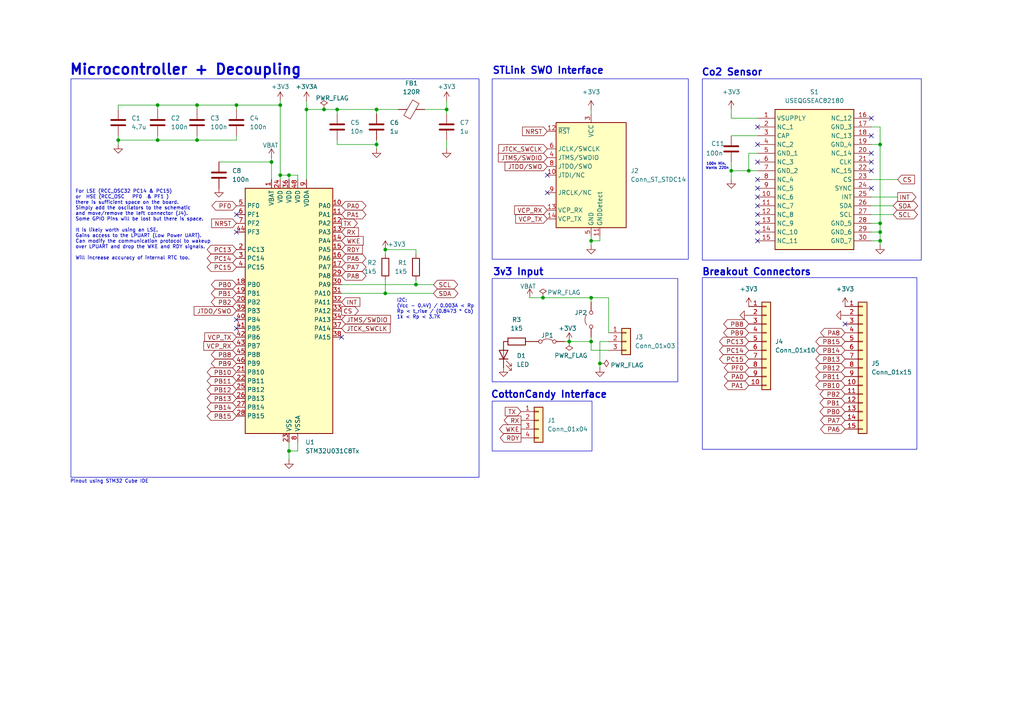
<source format=kicad_sch>
(kicad_sch (version 20231120) (generator "eeschema") (generator_version "8.0")
  (paper "A4")
  (title_block (title "CottonCandy Sensor Module STMU0 Breakout") (date "2025-02-15") (rev "1.0") (company "University of Toronto"))
  (lib_symbols
    (symbol "Connector:Conn_ST_STDC14"
      (property "Reference" "J" (at -8.89 16.51 0))
      (property "Value" "Conn_ST_STDC14" (at 17.78 16.51 0))
      (symbol "Conn_ST_STDC14_0_1"
        (rectangle (start -10.16 15.24) (end 10.16 -15.24) (stroke (width 0.254)) (fill (type background)))
      )
      (symbol "Conn_ST_STDC14_1_1"
        (pin no_connect line (at -10.16 5.08 0) (length 2.54) hide (name "NC") (number "1"))
        (pin output line (at 12.7 0 180) (length 2.54) (name "JTDI/NC") (number "10"))
        (pin passive line (at -2.54 -17.78 90) (length 2.54) (name "GNDDetect") (number "11"))
        (pin open_collector line (at 12.7 12.7 180) (length 2.54) (name "~{RST}") (number "12"))
        (pin output line (at 12.7 -10.16 180) (length 2.54) (name "VCP_RX") (number "13"))
        (pin input line (at 12.7 -12.7 180) (length 2.54) (name "VCP_TX") (number "14"))
        (pin no_connect line (at -10.16 2.54 0) (length 2.54) hide (name "NC") (number "2"))
        (pin power_in line (at 0 17.78 270) (length 2.54) (name "VCC") (number "3"))
        (pin bidirectional line (at 12.7 5.08 180) (length 2.54) (name "JTMS/SWDIO") (number "4"))
        (pin power_in line (at 0 -17.78 90) (length 2.54) (name "GND") (number "5"))
        (pin output line (at 12.7 7.62 180) (length 2.54) (name "JCLK/SWCLK") (number "6"))
        (pin passive line (at 0 -17.78 90) (length 2.54) hide (name "GND") (number "7"))
        (pin input line (at 12.7 2.54 180) (length 2.54) (name "JTDO/SWO") (number "8"))
        (pin input line (at 12.7 -5.08 180) (length 2.54) (name "JRCLK/NC") (number "9"))
      )
    )
    (symbol "Connector_Generic:Conn_01x03" (pin_names (offset 1.016) hide)
      (property "Reference" "J" (at 0 5.08 0))
      (property "Value" "Conn_01x03" (at 0 -5.08 0))
      (symbol "Conn_01x03_1_1"
        (rectangle (start -1.27 -2.413) (end 0 -2.667) (stroke (width 0.1524)))
        (rectangle (start -1.27 0.127) (end 0 -0.127) (stroke (width 0.1524)))
        (rectangle (start -1.27 2.667) (end 0 2.413) (stroke (width 0.1524)))
        (rectangle (start -1.27 3.81) (end 1.27 -3.81) (stroke (width 0.254)) (fill (type background)))
        (pin passive line (at -5.08 2.54 0) (length 3.81) (name "Pin_1") (number "1"))
        (pin passive line (at -5.08 0 0) (length 3.81) (name "Pin_2") (number "2"))
        (pin passive line (at -5.08 -2.54 0) (length 3.81) (name "Pin_3") (number "3"))
      )
    )
    (symbol "Connector_Generic:Conn_01x04" (pin_names (offset 1.016) hide)
      (property "Reference" "J" (at 0 5.08 0))
      (property "Value" "Conn_01x04" (at 0 -7.62 0))
      (symbol "Conn_01x04_1_1"
        (rectangle (start -1.27 -4.953) (end 0 -5.207) (stroke (width 0.1524)))
        (rectangle (start -1.27 -2.413) (end 0 -2.667) (stroke (width 0.1524)))
        (rectangle (start -1.27 0.127) (end 0 -0.127) (stroke (width 0.1524)))
        (rectangle (start -1.27 2.667) (end 0 2.413) (stroke (width 0.1524)))
        (rectangle (start -1.27 3.81) (end 1.27 -6.35) (stroke (width 0.254)) (fill (type background)))
        (pin passive line (at -5.08 2.54 0) (length 3.81) (name "Pin_1") (number "1"))
        (pin passive line (at -5.08 0 0) (length 3.81) (name "Pin_2") (number "2"))
        (pin passive line (at -5.08 -2.54 0) (length 3.81) (name "Pin_3") (number "3"))
        (pin passive line (at -5.08 -5.08 0) (length 3.81) (name "Pin_4") (number "4"))
      )
    )
    (symbol "Connector_Generic:Conn_01x10" (pin_names (offset 1.016) hide)
      (property "Reference" "J" (at 0 12.7 0))
      (property "Value" "Conn_01x10" (at 0 -15.24 0))
      (symbol "Conn_01x10_1_1"
        (rectangle (start -1.27 -12.573) (end 0 -12.827) (stroke (width 0.1524)))
        (rectangle (start -1.27 -10.033) (end 0 -10.287) (stroke (width 0.1524)))
        (rectangle (start -1.27 -7.493) (end 0 -7.747) (stroke (width 0.1524)))
        (rectangle (start -1.27 -4.953) (end 0 -5.207) (stroke (width 0.1524)))
        (rectangle (start -1.27 -2.413) (end 0 -2.667) (stroke (width 0.1524)))
        (rectangle (start -1.27 0.127) (end 0 -0.127) (stroke (width 0.1524)))
        (rectangle (start -1.27 2.667) (end 0 2.413) (stroke (width 0.1524)))
        (rectangle (start -1.27 5.207) (end 0 4.953) (stroke (width 0.1524)))
        (rectangle (start -1.27 7.747) (end 0 7.493) (stroke (width 0.1524)))
        (rectangle (start -1.27 10.287) (end 0 10.033) (stroke (width 0.1524)))
        (rectangle (start -1.27 11.43) (end 1.27 -13.97) (stroke (width 0.254)) (fill (type background)))
        (pin passive line (at -5.08 10.16 0) (length 3.81) (name "Pin_1") (number "1"))
        (pin passive line (at -5.08 -12.7 0) (length 3.81) (name "Pin_10") (number "10"))
        (pin passive line (at -5.08 7.62 0) (length 3.81) (name "Pin_2") (number "2"))
        (pin passive line (at -5.08 5.08 0) (length 3.81) (name "Pin_3") (number "3"))
        (pin passive line (at -5.08 2.54 0) (length 3.81) (name "Pin_4") (number "4"))
        (pin passive line (at -5.08 0 0) (length 3.81) (name "Pin_5") (number "5"))
        (pin passive line (at -5.08 -2.54 0) (length 3.81) (name "Pin_6") (number "6"))
        (pin passive line (at -5.08 -5.08 0) (length 3.81) (name "Pin_7") (number "7"))
        (pin passive line (at -5.08 -7.62 0) (length 3.81) (name "Pin_8") (number "8"))
        (pin passive line (at -5.08 -10.16 0) (length 3.81) (name "Pin_9") (number "9"))
      )
    )
    (symbol "Connector_Generic:Conn_01x15" (pin_names (offset 1.016) hide)
      (property "Reference" "J" (at 0 20.32 0))
      (property "Value" "Conn_01x15" (at 0 -20.32 0))
      (symbol "Conn_01x15_1_1"
        (rectangle (start -1.27 -17.653) (end 0 -17.907) (stroke (width 0.1524)))
        (rectangle (start -1.27 -15.113) (end 0 -15.367) (stroke (width 0.1524)))
        (rectangle (start -1.27 -12.573) (end 0 -12.827) (stroke (width 0.1524)))
        (rectangle (start -1.27 -10.033) (end 0 -10.287) (stroke (width 0.1524)))
        (rectangle (start -1.27 -7.493) (end 0 -7.747) (stroke (width 0.1524)))
        (rectangle (start -1.27 -4.953) (end 0 -5.207) (stroke (width 0.1524)))
        (rectangle (start -1.27 -2.413) (end 0 -2.667) (stroke (width 0.1524)))
        (rectangle (start -1.27 0.127) (end 0 -0.127) (stroke (width 0.1524)))
        (rectangle (start -1.27 2.667) (end 0 2.413) (stroke (width 0.1524)))
        (rectangle (start -1.27 5.207) (end 0 4.953) (stroke (width 0.1524)))
        (rectangle (start -1.27 7.747) (end 0 7.493) (stroke (width 0.1524)))
        (rectangle (start -1.27 10.287) (end 0 10.033) (stroke (width 0.1524)))
        (rectangle (start -1.27 12.827) (end 0 12.573) (stroke (width 0.1524)))
        (rectangle (start -1.27 15.367) (end 0 15.113) (stroke (width 0.1524)))
        (rectangle (start -1.27 17.907) (end 0 17.653) (stroke (width 0.1524)))
        (rectangle (start -1.27 19.05) (end 1.27 -19.05) (stroke (width 0.254)) (fill (type background)))
        (pin passive line (at -5.08 17.78 0) (length 3.81) (name "Pin_1") (number "1"))
        (pin passive line (at -5.08 -5.08 0) (length 3.81) (name "Pin_10") (number "10"))
        (pin passive line (at -5.08 -7.62 0) (length 3.81) (name "Pin_11") (number "11"))
        (pin passive line (at -5.08 -10.16 0) (length 3.81) (name "Pin_12") (number "12"))
        (pin passive line (at -5.08 -12.7 0) (length 3.81) (name "Pin_13") (number "13"))
        (pin passive line (at -5.08 -15.24 0) (length 3.81) (name "Pin_14") (number "14"))
        (pin passive line (at -5.08 -17.78 0) (length 3.81) (name "Pin_15") (number "15"))
        (pin passive line (at -5.08 15.24 0) (length 3.81) (name "Pin_2") (number "2"))
        (pin passive line (at -5.08 12.7 0) (length 3.81) (name "Pin_3") (number "3"))
        (pin passive line (at -5.08 10.16 0) (length 3.81) (name "Pin_4") (number "4"))
        (pin passive line (at -5.08 7.62 0) (length 3.81) (name "Pin_5") (number "5"))
        (pin passive line (at -5.08 5.08 0) (length 3.81) (name "Pin_6") (number "6"))
        (pin passive line (at -5.08 2.54 0) (length 3.81) (name "Pin_7") (number "7"))
        (pin passive line (at -5.08 0 0) (length 3.81) (name "Pin_8") (number "8"))
        (pin passive line (at -5.08 -2.54 0) (length 3.81) (name "Pin_9") (number "9"))
      )
    )
    (symbol "Device:C" (pin_numbers hide) (pin_names (offset 0.254))
      (property "Reference" "C" (at 0.635 2.54 0))
      (property "Value" "C" (at 0.635 -2.54 0))
      (symbol "C_0_1"
        (polyline (pts (xy -2.032 -0.762) (xy 2.032 -0.762)) (stroke (width 0.508)))
        (polyline (pts (xy -2.032 0.762) (xy 2.032 0.762)) (stroke (width 0.508)))
      )
      (symbol "C_1_1"
        (pin passive line (at 0 3.81 270) (length 2.794) (name "~") (number "1"))
        (pin passive line (at 0 -3.81 90) (length 2.794) (name "~") (number "2"))
      )
    )
    (symbol "Device:FerriteBead" (pin_numbers hide) (pin_names (offset 0))
      (property "Reference" "FB" (at -3.81 0.635 90))
      (property "Value" "FerriteBead" (at 3.81 0 90))
      (symbol "FerriteBead_0_1"
        (polyline (pts (xy 0 -1.27) (xy 0 -1.2192)))
        (polyline (pts (xy 0 1.27) (xy 0 1.2954)))
        (polyline (pts (xy -2.7686 0.4064) (xy -1.7018 2.2606) (xy 2.7686 -0.3048) (xy 1.6764 -2.159) (xy -2.7686 0.4064)))
      )
      (symbol "FerriteBead_1_1"
        (pin passive line (at 0 3.81 270) (length 2.54) (name "~") (number "1"))
        (pin passive line (at 0 -3.81 90) (length 2.54) (name "~") (number "2"))
      )
    )
    (symbol "Device:LED" (pin_numbers hide) (pin_names (offset 1.016) hide)
      (property "Reference" "D" (at 0 2.54 0))
      (property "Value" "LED" (at 0 -2.54 0))
      (symbol "LED_0_1"
        (polyline (pts (xy -1.27 -1.27) (xy -1.27 1.27)) (stroke (width 0.254)))
        (polyline (pts (xy -1.27 0) (xy 1.27 0)))
        (polyline (pts (xy 1.27 -1.27) (xy 1.27 1.27) (xy -1.27 0) (xy 1.27 -1.27)) (stroke (width 0.254)))
        (polyline (pts (xy -3.048 -0.762) (xy -4.572 -2.286) (xy -3.81 -2.286) (xy -4.572 -2.286) (xy -4.572 -1.524)))
        (polyline (pts (xy -1.778 -0.762) (xy -3.302 -2.286) (xy -2.54 -2.286) (xy -3.302 -2.286) (xy -3.302 -1.524)))
      )
      (symbol "LED_1_1"
        (pin passive line (at -3.81 0 0) (length 2.54) (name "K") (number "1"))
        (pin passive line (at 3.81 0 180) (length 2.54) (name "A") (number "2"))
      )
    )
    (symbol "Device:R" (pin_numbers hide) (pin_names (offset 0))
      (property "Reference" "R" (at 2.032 0 90))
      (property "Value" "R" (at 0 0 90))
      (symbol "R_0_1"
        (rectangle (start -1.016 -2.54) (end 1.016 2.54) (stroke (width 0.254)))
      )
      (symbol "R_1_1"
        (pin passive line (at 0 3.81 270) (length 1.27) (name "~") (number "1"))
        (pin passive line (at 0 -3.81 90) (length 1.27) (name "~") (number "2"))
      )
    )
    (symbol "Jumper:Jumper_2_Bridged" (pin_numbers hide) (pin_names (offset 0) hide) (exclude_from_sim yes)
      (property "Reference" "JP" (at 0 1.905 0))
      (property "Value" "Jumper_2_Bridged" (at 0 -2.54 0))
      (symbol "Jumper_2_Bridged_0_0"
        (circle (center -2.032 0) (radius 0.508))
        (circle (center 2.032 0) (radius 0.508))
      )
      (symbol "Jumper_2_Bridged_0_1"
        (arc (start 1.524 0.254) (mid 0 0.762) (end -1.524 0.254))
      )
      (symbol "Jumper_2_Bridged_1_1"
        (pin passive line (at -5.08 0 0) (length 2.54) (name "A") (number "1"))
        (pin passive line (at 5.08 0 180) (length 2.54) (name "B") (number "2"))
      )
    )
    (symbol "Jumper:Jumper_2_Open" (pin_numbers hide) (pin_names (offset 0) hide) (exclude_from_sim yes)
      (property "Reference" "JP" (at 0 2.794 0))
      (property "Value" "Jumper_2_Open" (at 0 -2.286 0))
      (symbol "Jumper_2_Open_0_0"
        (circle (center -2.032 0) (radius 0.508))
        (circle (center 2.032 0) (radius 0.508))
      )
      (symbol "Jumper_2_Open_0_1"
        (arc (start 1.524 1.27) (mid 0 1.778) (end -1.524 1.27))
      )
      (symbol "Jumper_2_Open_1_1"
        (pin passive line (at -5.08 0 0) (length 2.54) (name "A") (number "1"))
        (pin passive line (at 5.08 0 180) (length 2.54) (name "B") (number "2"))
      )
    )
    (symbol "MCU_ST_STM32U0:STM32U031C8Tx"
      (property "Reference" "U" (at -12.7 36.83 0))
      (property "Value" "STM32U031C8Tx" (at 7.62 36.83 0))
      (symbol "STM32U031C8Tx_0_1"
        (rectangle (start -12.7 -35.56) (end 12.7 35.56) (stroke (width 0.254)) (fill (type background)))
      )
      (symbol "STM32U031C8Tx_1_1"
        (pin power_in line (at -5.08 38.1 270) (length 2.54) (name "VBAT") (number "1"))
        (pin bidirectional line (at 15.24 30.48 180) (length 2.54) (name "PA0") (number "10"))
        (pin bidirectional line (at 15.24 27.94 180) (length 2.54) (name "PA1") (number "11"))
        (pin bidirectional line (at 15.24 25.4 180) (length 2.54) (name "PA2") (number "12"))
        (pin bidirectional line (at 15.24 22.86 180) (length 2.54) (name "PA3") (number "13"))
        (pin bidirectional line (at 15.24 20.32 180) (length 2.54) (name "PA4") (number "14"))
        (pin bidirectional line (at 15.24 17.78 180) (length 2.54) (name "PA5") (number "15"))
        (pin bidirectional line (at 15.24 15.24 180) (length 2.54) (name "PA6") (number "16"))
        (pin bidirectional line (at 15.24 12.7 180) (length 2.54) (name "PA7") (number "17"))
        (pin bidirectional line (at -15.24 7.62 0) (length 2.54) (name "PB0") (number "18"))
        (pin bidirectional line (at -15.24 5.08 0) (length 2.54) (name "PB1") (number "19"))
        (pin bidirectional line (at -15.24 17.78 0) (length 2.54) (name "PC13") (number "2"))
        (pin bidirectional line (at -15.24 2.54 0) (length 2.54) (name "PB2") (number "20"))
        (pin bidirectional line (at -15.24 -17.78 0) (length 2.54) (name "PB10") (number "21"))
        (pin bidirectional line (at -15.24 -20.32 0) (length 2.54) (name "PB11") (number "22"))
        (pin power_in line (at 0 -38.1 90) (length 2.54) (name "VSS") (number "23"))
        (pin power_in line (at -2.54 38.1 270) (length 2.54) (name "VDD") (number "24"))
        (pin bidirectional line (at -15.24 -22.86 0) (length 2.54) (name "PB12") (number "25"))
        (pin bidirectional line (at -15.24 -25.4 0) (length 2.54) (name "PB13") (number "26"))
        (pin bidirectional line (at -15.24 -27.94 0) (length 2.54) (name "PB14") (number "27"))
        (pin bidirectional line (at -15.24 -30.48 0) (length 2.54) (name "PB15") (number "28"))
        (pin bidirectional line (at 15.24 10.16 180) (length 2.54) (name "PA8") (number "29"))
        (pin bidirectional line (at -15.24 15.24 0) (length 2.54) (name "PC14") (number "3"))
        (pin bidirectional line (at 15.24 7.62 180) (length 2.54) (name "PA9") (number "30"))
        (pin bidirectional line (at 15.24 5.08 180) (length 2.54) (name "PA10") (number "31"))
        (pin bidirectional line (at 15.24 2.54 180) (length 2.54) (name "PA11") (number "32"))
        (pin bidirectional line (at 15.24 0 180) (length 2.54) (name "PA12") (number "33"))
        (pin bidirectional line (at 15.24 -2.54 180) (length 2.54) (name "PA13") (number "34"))
        (pin passive line (at 0 -38.1 90) (length 2.54) hide (name "VSS") (number "35"))
        (pin power_in line (at 0 38.1 270) (length 2.54) (name "VDD") (number "36"))
        (pin bidirectional line (at 15.24 -5.08 180) (length 2.54) (name "PA14") (number "37"))
        (pin bidirectional line (at 15.24 -7.62 180) (length 2.54) (name "PA15") (number "38"))
        (pin bidirectional line (at -15.24 0 0) (length 2.54) (name "PB3") (number "39"))
        (pin bidirectional line (at -15.24 12.7 0) (length 2.54) (name "PC15") (number "4"))
        (pin bidirectional line (at -15.24 -2.54 0) (length 2.54) (name "PB4") (number "40"))
        (pin bidirectional line (at -15.24 -5.08 0) (length 2.54) (name "PB5") (number "41"))
        (pin bidirectional line (at -15.24 -7.62 0) (length 2.54) (name "PB6") (number "42"))
        (pin bidirectional line (at -15.24 -10.16 0) (length 2.54) (name "PB7") (number "43"))
        (pin bidirectional line (at -15.24 22.86 0) (length 2.54) (name "PF3") (number "44"))
        (pin bidirectional line (at -15.24 -12.7 0) (length 2.54) (name "PB8") (number "45"))
        (pin bidirectional line (at -15.24 -15.24 0) (length 2.54) (name "PB9") (number "46"))
        (pin passive line (at 0 -38.1 90) (length 2.54) hide (name "VSS") (number "47"))
        (pin power_in line (at 2.54 38.1 270) (length 2.54) (name "VDD") (number "48"))
        (pin bidirectional line (at -15.24 30.48 0) (length 2.54) (name "PF0") (number "5"))
        (pin bidirectional line (at -15.24 27.94 0) (length 2.54) (name "PF1") (number "6"))
        (pin bidirectional line (at -15.24 25.4 0) (length 2.54) (name "PF2") (number "7"))
        (pin power_in line (at 2.54 -38.1 90) (length 2.54) (name "VSSA") (number "8"))
        (pin power_in line (at 5.08 38.1 270) (length 2.54) (name "VDDA") (number "9"))
      )
    )
    (symbol "USEQGSEAC82180:USEQGSEAC82180"
      (property "Reference" "C" (at 29.21 7.62 0))
      (property "Value" "USEQGSEAC82180" (at 29.21 5.08 0))
      (symbol "USEQGSEAC82180_1_1"
        (rectangle (start 5.08 2.54) (end 27.94 -38.1) (stroke (width 0.254)) (fill (type background)))
        (pin passive line (at 0 0 0) (length 5.08) (name "VSUPPLY") (number "1"))
        (pin passive line (at 0 -22.86 0) (length 5.08) (name "NC_6") (number "10"))
        (pin passive line (at 0 -25.4 0) (length 5.08) (name "NC_7") (number "11"))
        (pin passive line (at 0 -27.94 0) (length 5.08) (name "NC_8") (number "12"))
        (pin passive line (at 0 -30.48 0) (length 5.08) (name "NC_9") (number "13"))
        (pin passive line (at 0 -33.02 0) (length 5.08) (name "NC_10") (number "14"))
        (pin passive line (at 0 -35.56 0) (length 5.08) (name "NC_11") (number "15"))
        (pin passive line (at 33.02 0 180) (length 5.08) (name "NC_12") (number "16"))
        (pin passive line (at 33.02 -2.54 180) (length 5.08) (name "GND_3") (number "17"))
        (pin passive line (at 33.02 -5.08 180) (length 5.08) (name "NC_13") (number "18"))
        (pin passive line (at 33.02 -7.62 180) (length 5.08) (name "GND_4") (number "19"))
        (pin passive line (at 0 -2.54 0) (length 5.08) (name "NC_1") (number "2"))
        (pin passive line (at 33.02 -10.16 180) (length 5.08) (name "NC_14") (number "20"))
        (pin passive line (at 33.02 -12.7 180) (length 5.08) (name "CLK") (number "21"))
        (pin passive line (at 33.02 -15.24 180) (length 5.08) (name "NC_15") (number "22"))
        (pin passive line (at 33.02 -17.78 180) (length 5.08) (name "CS") (number "23"))
        (pin passive line (at 33.02 -20.32 180) (length 5.08) (name "SYNC") (number "24"))
        (pin passive line (at 33.02 -22.86 180) (length 5.08) (name "INT") (number "25"))
        (pin passive line (at 33.02 -25.4 180) (length 5.08) (name "SDA") (number "26"))
        (pin passive line (at 33.02 -27.94 180) (length 5.08) (name "SCL") (number "27"))
        (pin passive line (at 33.02 -30.48 180) (length 5.08) (name "GND_5") (number "28"))
        (pin passive line (at 33.02 -33.02 180) (length 5.08) (name "GND_6") (number "29"))
        (pin passive line (at 0 -5.08 0) (length 5.08) (name "CAP") (number "3"))
        (pin passive line (at 33.02 -35.56 180) (length 5.08) (name "GND_7") (number "30"))
        (pin passive line (at 0 -7.62 0) (length 5.08) (name "NC_2") (number "4"))
        (pin passive line (at 0 -10.16 0) (length 5.08) (name "GND_1") (number "5"))
        (pin passive line (at 0 -12.7 0) (length 5.08) (name "NC_3") (number "6"))
        (pin passive line (at 0 -15.24 0) (length 5.08) (name "GND_2") (number "7"))
        (pin passive line (at 0 -17.78 0) (length 5.08) (name "NC_4") (number "8"))
        (pin passive line (at 0 -20.32 0) (length 5.08) (name "NC_5") (number "9"))
      )
    )
    (symbol "power:+3V3" (power) (pin_numbers hide) (pin_names (offset 0) hide)
      (property "Value" "+3V3" (at 0 3.556 0))
      (symbol "+3V3_0_1"
        (polyline (pts (xy -0.762 1.27) (xy 0 2.54)))
        (polyline (pts (xy 0 0) (xy 0 2.54)))
        (polyline (pts (xy 0 2.54) (xy 0.762 1.27)))
      )
      (symbol "+3V3_1_1"
        (pin power_in line (at 0 0 90) (length 0) (name "~") (number "1"))
      )
    )
    (symbol "power:GND" (power) (pin_numbers hide) (pin_names (offset 0) hide)
      (property "Value" "GND" (at 0 -3.81 0))
      (symbol "GND_0_1"
        (polyline (pts (xy 0 0) (xy 0 -1.27) (xy 1.27 -1.27) (xy 0 -2.54) (xy -1.27 -1.27) (xy 0 -1.27)))
      )
      (symbol "GND_1_1"
        (pin power_in line (at 0 0 270) (length 0) (name "~") (number "1"))
      )
    )
    (symbol "power:PWR_FLAG" (power) (pin_numbers hide) (pin_names (offset 0) hide)
      (property "Value" "PWR_FLAG" (at 0 3.81 0))
      (symbol "PWR_FLAG_0_0"
        (pin power_out line (at 0 0 90) (length 0) (name "~") (number "1"))
      )
      (symbol "PWR_FLAG_0_1"
        (polyline (pts (xy 0 0) (xy 0 1.27) (xy -1.016 1.905) (xy 0 2.54) (xy 1.016 1.905) (xy 0 1.27)))
      )
    )
  )
  (junction (at 255.27 64.77))
  (junction (at 57.15 30.48))
  (junction (at 165.1 99.06))
  (junction (at 83.82 130.81))
  (junction (at 68.58 30.48))
  (junction (at 212.09 49.53))
  (junction (at 171.45 86.36))
  (junction (at 45.72 40.64))
  (junction (at 93.98 31.75))
  (junction (at 34.29 40.64))
  (junction (at 129.54 31.75))
  (junction (at 255.27 67.31))
  (junction (at 255.27 69.85))
  (junction (at 88.9 31.75))
  (junction (at 83.82 50.8))
  (junction (at 111.76 85.09))
  (junction (at 78.74 46.99))
  (junction (at 171.45 69.85))
  (junction (at 81.28 50.8))
  (junction (at 255.27 41.91))
  (junction (at 111.76 72.39))
  (junction (at 81.28 30.48))
  (junction (at 57.15 40.64))
  (junction (at 109.22 41.91))
  (junction (at 173.99 105.41))
  (junction (at 217.17 49.53))
  (junction (at 120.65 82.55))
  (junction (at 109.22 31.75))
  (junction (at 171.45 99.06))
  (junction (at 45.72 30.48))
  (junction (at 157.48 86.36))
  (junction (at 97.79 31.75))
  (no_connect (at 252.73 44.45))
  (no_connect (at 219.71 64.77))
  (no_connect (at 68.58 62.23))
  (no_connect (at 219.71 46.99))
  (no_connect (at 219.71 69.85))
  (no_connect (at 219.71 36.83))
  (no_connect (at 252.73 34.29))
  (no_connect (at 219.71 67.31))
  (no_connect (at 252.73 46.99))
  (no_connect (at 252.73 54.61))
  (no_connect (at 219.71 41.91))
  (no_connect (at 219.71 54.61))
  (no_connect (at 158.75 55.88))
  (no_connect (at 68.58 67.31))
  (no_connect (at 245.11 93.98))
  (no_connect (at 68.58 92.71))
  (no_connect (at 219.71 52.07))
  (no_connect (at 158.75 50.8))
  (no_connect (at 252.73 49.53))
  (no_connect (at 219.71 57.15))
  (no_connect (at 99.06 97.79))
  (no_connect (at 219.71 62.23))
  (no_connect (at 252.73 39.37))
  (no_connect (at 219.71 59.69))
  (no_connect (at 68.58 95.25))
  (wire (pts (xy 109.22 31.75) (xy 115.57 31.75)))
  (wire (pts (xy 83.82 50.8) (xy 86.36 50.8)))
  (wire (pts (xy 212.09 46.99) (xy 212.09 49.53)))
  (wire (pts (xy 109.22 41.91) (xy 109.22 43.18)))
  (wire (pts (xy 97.79 33.02) (xy 97.79 31.75)))
  (wire (pts (xy 163.83 99.06) (xy 165.1 99.06)))
  (wire (pts (xy 88.9 29.21) (xy 88.9 31.75)))
  (wire (pts (xy 81.28 50.8) (xy 81.28 52.07)))
  (wire (pts (xy 260.35 57.15) (xy 252.73 57.15)))
  (wire (pts (xy 212.09 49.53) (xy 217.17 49.53)))
  (wire (pts (xy 212.09 39.37) (xy 219.71 39.37)))
  (wire (pts (xy 68.58 40.64) (xy 68.58 39.37)))
  (wire (pts (xy 81.28 50.8) (xy 83.82 50.8)))
  (wire (pts (xy 129.54 40.64) (xy 129.54 43.18)))
  (wire (pts (xy 125.73 82.55) (xy 120.65 82.55)))
  (wire (pts (xy 165.1 99.06) (xy 171.45 99.06)))
  (wire (pts (xy 120.65 81.28) (xy 120.65 82.55)))
  (wire (pts (xy 176.53 86.36) (xy 176.53 96.52)))
  (wire (pts (xy 111.76 81.28) (xy 111.76 85.09)))
  (wire (pts (xy 68.58 30.48) (xy 81.28 30.48)))
  (wire (pts (xy 45.72 39.37) (xy 45.72 40.64)))
  (wire (pts (xy 83.82 130.81) (xy 83.82 133.35)))
  (wire (pts (xy 34.29 31.75) (xy 34.29 30.48)))
  (wire (pts (xy 120.65 72.39) (xy 120.65 73.66)))
  (wire (pts (xy 97.79 41.91) (xy 109.22 41.91)))
  (wire (pts (xy 217.17 49.53) (xy 219.71 49.53)))
  (wire (pts (xy 34.29 39.37) (xy 34.29 40.64)))
  (wire (pts (xy 252.73 64.77) (xy 255.27 64.77)))
  (wire (pts (xy 129.54 31.75) (xy 129.54 33.02)))
  (wire (pts (xy 45.72 30.48) (xy 57.15 30.48)))
  (wire (pts (xy 171.45 86.36) (xy 171.45 87.63)))
  (wire (pts (xy 111.76 72.39) (xy 111.76 73.66)))
  (wire (pts (xy 212.09 49.53) (xy 212.09 52.07)))
  (wire (pts (xy 219.71 44.45) (xy 217.17 44.45)))
  (wire (pts (xy 259.08 62.23) (xy 252.73 62.23)))
  (wire (pts (xy 109.22 31.75) (xy 109.22 33.02)))
  (wire (pts (xy 81.28 30.48) (xy 81.28 50.8)))
  (wire (pts (xy 255.27 69.85) (xy 255.27 71.12)))
  (wire (pts (xy 83.82 130.81) (xy 86.36 130.81)))
  (wire (pts (xy 171.45 97.79) (xy 171.45 99.06)))
  (wire (pts (xy 171.45 99.06) (xy 171.45 101.6)))
  (wire (pts (xy 255.27 67.31) (xy 255.27 69.85)))
  (wire (pts (xy 171.45 68.58) (xy 171.45 69.85)))
  (wire (pts (xy 252.73 41.91) (xy 255.27 41.91)))
  (wire (pts (xy 171.45 69.85) (xy 173.99 69.85)))
  (wire (pts (xy 45.72 40.64) (xy 57.15 40.64)))
  (wire (pts (xy 260.35 52.07) (xy 252.73 52.07)))
  (wire (pts (xy 212.09 31.75) (xy 212.09 34.29)))
  (wire (pts (xy 88.9 31.75) (xy 93.98 31.75)))
  (wire (pts (xy 99.06 82.55) (xy 120.65 82.55)))
  (wire (pts (xy 173.99 99.06) (xy 173.99 105.41)))
  (wire (pts (xy 255.27 64.77) (xy 255.27 67.31)))
  (wire (pts (xy 217.17 44.45) (xy 217.17 49.53)))
  (wire (pts (xy 97.79 40.64) (xy 97.79 41.91)))
  (wire (pts (xy 212.09 34.29) (xy 219.71 34.29)))
  (wire (pts (xy 88.9 31.75) (xy 88.9 52.07)))
  (wire (pts (xy 255.27 36.83) (xy 255.27 41.91)))
  (wire (pts (xy 34.29 40.64) (xy 45.72 40.64)))
  (wire (pts (xy 123.19 31.75) (xy 129.54 31.75)))
  (wire (pts (xy 83.82 50.8) (xy 83.82 52.07)))
  (wire (pts (xy 176.53 86.36) (xy 171.45 86.36)))
  (wire (pts (xy 81.28 29.21) (xy 81.28 30.48)))
  (wire (pts (xy 86.36 50.8) (xy 86.36 52.07)))
  (wire (pts (xy 93.98 31.75) (xy 97.79 31.75)))
  (wire (pts (xy 252.73 67.31) (xy 255.27 67.31)))
  (wire (pts (xy 34.29 30.48) (xy 45.72 30.48)))
  (wire (pts (xy 173.99 68.58) (xy 173.99 69.85)))
  (wire (pts (xy 57.15 40.64) (xy 68.58 40.64)))
  (wire (pts (xy 173.99 105.41) (xy 173.99 106.68)))
  (wire (pts (xy 171.45 101.6) (xy 176.53 101.6)))
  (wire (pts (xy 252.73 69.85) (xy 255.27 69.85)))
  (wire (pts (xy 255.27 41.91) (xy 255.27 64.77)))
  (wire (pts (xy 63.5 46.99) (xy 78.74 46.99)))
  (wire (pts (xy 57.15 30.48) (xy 57.15 31.75)))
  (wire (pts (xy 78.74 45.72) (xy 78.74 46.99)))
  (wire (pts (xy 99.06 85.09) (xy 111.76 85.09)))
  (wire (pts (xy 45.72 30.48) (xy 45.72 31.75)))
  (wire (pts (xy 120.65 72.39) (xy 111.76 72.39)))
  (wire (pts (xy 83.82 128.27) (xy 83.82 130.81)))
  (wire (pts (xy 57.15 30.48) (xy 68.58 30.48)))
  (wire (pts (xy 34.29 40.64) (xy 34.29 41.91)))
  (wire (pts (xy 252.73 36.83) (xy 255.27 36.83)))
  (wire (pts (xy 125.73 85.09) (xy 111.76 85.09)))
  (wire (pts (xy 171.45 69.85) (xy 171.45 71.12)))
  (wire (pts (xy 153.67 86.36) (xy 157.48 86.36)))
  (wire (pts (xy 57.15 39.37) (xy 57.15 40.64)))
  (wire (pts (xy 171.45 86.36) (xy 157.48 86.36)))
  (wire (pts (xy 68.58 30.48) (xy 68.58 31.75)))
  (wire (pts (xy 109.22 41.91) (xy 109.22 40.64)))
  (wire (pts (xy 259.08 59.69) (xy 252.73 59.69)))
  (wire (pts (xy 86.36 128.27) (xy 86.36 130.81)))
  (wire (pts (xy 129.54 29.21) (xy 129.54 31.75)))
  (wire (pts (xy 78.74 46.99) (xy 78.74 52.07)))
  (wire (pts (xy 97.79 31.75) (xy 109.22 31.75)))
  (wire (pts (xy 176.53 99.06) (xy 173.99 99.06)))
  (wire (pts (xy 171.45 33.02) (xy 171.45 31.75)))
  (rectangle (start 142.748 80.772) (end 196.596 110.744))
  (rectangle (start 142.748 22.86) (end 199.644 75.184))
  (rectangle (start 142.748 116.332) (end 171.704 130.81))
  (rectangle (start 203.708 80.518) (end 265.938 130.302))
  (rectangle (start 20.574 22.86) (end 138.938 138.43))
  (rectangle (start 203.708 22.86) (end 267.208 75.438))
  (text "Breakout Connectors" (at 219.456 78.994 0) (effects (font (size 2 2) (thickness 0.4) (bold yes))))
  (text "3v3 Input" (at 150.368 78.994 0) (effects (font (size 2 2) (thickness 0.4) (bold yes))))
  (text "Pinout using STM32 Cube IDE" (at 20.32 139.7 0) (effects (font (size 1 1)) (justify left)))
  (text "100n Min. \nWants 220n" (at 208.026 48.26 0) (effects (font (size 0.75 0.75))))
  (text "CottonCandy Interface\n" (at 159.258 114.554 0) (effects (font (size 2 2) (thickness 0.4) (bold yes))))
  (text "STLink SWO Interface" (at 159.004 20.574 0) (effects (font (size 2 2) (thickness 0.4) (bold yes))))
  (text "For LSE (RCC_OSC32 PC14 & PC15)\nor  HSE (RCC_OSC   PF0  & PF1 )\nthere is sufficient space on the board. \nSimply add the oscilators to the schematic\nand move/remove the left connector (J4).\nSome GPIO Pins will be lost but there is space.\n\nIt is likely worth using an LSE.\nGains access to the LPUART (Low Power UART).\nCan modify the communication protocol to wakeup\nover LPUART and drop the WKE and RDY signals.\n\nWill increase accuracy of internal RTC too." (at 21.844 65.278 0) (effects (font (size 1 1)) (justify left)))
  (text "Microcontroller + Decoupling" (at 53.848 20.32 0) (effects (font (size 3 3) (thickness 0.6) (bold yes))))
  (text "I2C:\n(Vcc - 0.4V) / 0.003A < Rp \nRp < t_rise / (0.8473 * Cb)\n1k < Rp < 3.7K" (at 115.062 89.662 0) (effects (font (size 1 1)) (justify left)))
  (text "Co2 Sensor" (at 212.344 21.082 0) (effects (font (size 2 2) (thickness 0.4) (bold yes))))
  (global_label "PA0" (shape bidirectional) (at 217.17 109.22 180) (property "Intersheetrefs" "${INTERSHEET_REFS}" (effects (hide yes))))
  (global_label "VCP_RX" (shape input) (at 158.75 60.96 180) (property "Intersheetrefs" "${INTERSHEET_REFS}" (effects (hide yes))))
  (global_label "RX" (shape input) (at 99.06 67.31 0) (property "Intersheetrefs" "${INTERSHEET_REFS}" (effects (hide yes))))
  (global_label "SCL" (shape bidirectional) (at 125.73 82.55 0) (property "Intersheetrefs" "${INTERSHEET_REFS}" (effects (hide yes))))
  (global_label "INT" (shape input) (at 99.06 87.63 0) (property "Intersheetrefs" "${INTERSHEET_REFS}" (effects (hide yes))))
  (global_label "PA8" (shape bidirectional) (at 245.11 96.52 180) (property "Intersheetrefs" "${INTERSHEET_REFS}" (effects (hide yes))))
  (global_label "SDA" (shape bidirectional) (at 125.73 85.09 0) (property "Intersheetrefs" "${INTERSHEET_REFS}" (effects (hide yes))))
  (global_label "JTMS{slash}SWDIO" (shape input) (at 99.06 92.71 0) (property "Intersheetrefs" "${INTERSHEET_REFS}" (effects (hide yes))))
  (global_label "PC15" (shape bidirectional) (at 68.58 77.47 180) (property "Intersheetrefs" "${INTERSHEET_REFS}" (effects (hide yes))))
  (global_label "PB0" (shape bidirectional) (at 245.11 119.38 180) (property "Intersheetrefs" "${INTERSHEET_REFS}" (effects (hide yes))))
  (global_label "PB1" (shape bidirectional) (at 68.58 85.09 180) (property "Intersheetrefs" "${INTERSHEET_REFS}" (effects (hide yes))))
  (global_label "CS" (shape output) (at 99.06 90.17 0) (property "Intersheetrefs" "${INTERSHEET_REFS}" (effects (hide yes))))
  (global_label "JTCK_SWCLK" (shape input) (at 99.06 95.25 0) (property "Intersheetrefs" "${INTERSHEET_REFS}" (effects (hide yes))))
  (global_label "PC13" (shape bidirectional) (at 217.17 99.06 180) (property "Intersheetrefs" "${INTERSHEET_REFS}" (effects (hide yes))))
  (global_label "PA6" (shape bidirectional) (at 245.11 124.46 180) (property "Intersheetrefs" "${INTERSHEET_REFS}" (effects (hide yes))))
  (global_label "PC15" (shape bidirectional) (at 217.17 104.14 180) (property "Intersheetrefs" "${INTERSHEET_REFS}" (effects (hide yes))))
  (global_label "PA8" (shape bidirectional) (at 99.06 80.01 0) (property "Intersheetrefs" "${INTERSHEET_REFS}" (effects (hide yes))))
  (global_label "PB8" (shape bidirectional) (at 217.17 93.98 180) (property "Intersheetrefs" "${INTERSHEET_REFS}" (effects (hide yes))))
  (global_label "PB14" (shape bidirectional) (at 68.58 118.11 180) (property "Intersheetrefs" "${INTERSHEET_REFS}" (effects (hide yes))))
  (global_label "PB13" (shape bidirectional) (at 68.58 115.57 180) (property "Intersheetrefs" "${INTERSHEET_REFS}" (effects (hide yes))))
  (global_label "RDY" (shape output) (at 151.13 127 180) (property "Intersheetrefs" "${INTERSHEET_REFS}" (effects (hide yes))))
  (global_label "CS" (shape input) (at 260.35 52.07 0) (property "Intersheetrefs" "${INTERSHEET_REFS}" (effects (hide yes))))
  (global_label "PC13" (shape bidirectional) (at 68.58 72.39 180) (property "Intersheetrefs" "${INTERSHEET_REFS}" (effects (hide yes))))
  (global_label "RDY" (shape input) (at 99.06 72.39 0) (property "Intersheetrefs" "${INTERSHEET_REFS}" (effects (hide yes))))
  (global_label "NRST" (shape input) (at 158.75 38.1 180) (property "Intersheetrefs" "${INTERSHEET_REFS}" (effects (hide yes))))
  (global_label "PB12" (shape bidirectional) (at 245.11 106.68 180) (property "Intersheetrefs" "${INTERSHEET_REFS}" (effects (hide yes))))
  (global_label "JTCK_SWCLK" (shape input) (at 158.75 43.18 180) (property "Intersheetrefs" "${INTERSHEET_REFS}" (effects (hide yes))))
  (global_label "PB9" (shape bidirectional) (at 68.58 105.41 180) (property "Intersheetrefs" "${INTERSHEET_REFS}" (effects (hide yes))))
  (global_label "PA0" (shape bidirectional) (at 99.06 59.69 0) (property "Intersheetrefs" "${INTERSHEET_REFS}" (effects (hide yes))))
  (global_label "PA1" (shape bidirectional) (at 217.17 111.76 180) (property "Intersheetrefs" "${INTERSHEET_REFS}" (effects (hide yes))))
  (global_label "PB11" (shape bidirectional) (at 68.58 110.49 180) (property "Intersheetrefs" "${INTERSHEET_REFS}" (effects (hide yes))))
  (global_label "SDA" (shape bidirectional) (at 259.08 59.69 0) (property "Intersheetrefs" "${INTERSHEET_REFS}" (effects (hide yes))))
  (global_label "NRST" (shape input) (at 68.58 64.77 180) (property "Intersheetrefs" "${INTERSHEET_REFS}" (effects (hide yes))))
  (global_label "JTDO{slash}SWO" (shape input) (at 158.75 48.26 180) (property "Intersheetrefs" "${INTERSHEET_REFS}" (effects (hide yes))))
  (global_label "PF0" (shape bidirectional) (at 217.17 106.68 180) (property "Intersheetrefs" "${INTERSHEET_REFS}" (effects (hide yes))))
  (global_label "PB15" (shape bidirectional) (at 68.58 120.65 180) (property "Intersheetrefs" "${INTERSHEET_REFS}" (effects (hide yes))))
  (global_label "PA1" (shape bidirectional) (at 99.06 62.23 0) (property "Intersheetrefs" "${INTERSHEET_REFS}" (effects (hide yes))))
  (global_label "PC14" (shape bidirectional) (at 68.58 74.93 180) (property "Intersheetrefs" "${INTERSHEET_REFS}" (effects (hide yes))))
  (global_label "RX" (shape output) (at 151.13 121.92 180) (property "Intersheetrefs" "${INTERSHEET_REFS}" (effects (hide yes))))
  (global_label "PB0" (shape bidirectional) (at 68.58 82.55 180) (property "Intersheetrefs" "${INTERSHEET_REFS}" (effects (hide yes))))
  (global_label "PC14" (shape bidirectional) (at 217.17 101.6 180) (property "Intersheetrefs" "${INTERSHEET_REFS}" (effects (hide yes))))
  (global_label "TX" (shape output) (at 99.06 64.77 0) (property "Intersheetrefs" "${INTERSHEET_REFS}" (effects (hide yes))))
  (global_label "PB2" (shape bidirectional) (at 245.11 114.3 180) (property "Intersheetrefs" "${INTERSHEET_REFS}" (effects (hide yes))))
  (global_label "PB2" (shape bidirectional) (at 68.58 87.63 180) (property "Intersheetrefs" "${INTERSHEET_REFS}" (effects (hide yes))))
  (global_label "PB14" (shape bidirectional) (at 245.11 101.6 180) (property "Intersheetrefs" "${INTERSHEET_REFS}" (effects (hide yes))))
  (global_label "PB8" (shape bidirectional) (at 68.58 102.87 180) (property "Intersheetrefs" "${INTERSHEET_REFS}" (effects (hide yes))))
  (global_label "VCP_TX" (shape input) (at 158.75 63.5 180) (property "Intersheetrefs" "${INTERSHEET_REFS}" (effects (hide yes))))
  (global_label "WKE" (shape input) (at 99.06 69.85 0) (property "Intersheetrefs" "${INTERSHEET_REFS}" (effects (hide yes))))
  (global_label "JTMS{slash}SWDIO" (shape input) (at 158.75 45.72 180) (property "Intersheetrefs" "${INTERSHEET_REFS}" (effects (hide yes))))
  (global_label "PB10" (shape bidirectional) (at 245.11 111.76 180) (property "Intersheetrefs" "${INTERSHEET_REFS}" (effects (hide yes))))
  (global_label "PA7" (shape bidirectional) (at 99.06 77.47 0) (property "Intersheetrefs" "${INTERSHEET_REFS}" (effects (hide yes))))
  (global_label "SCL" (shape bidirectional) (at 259.08 62.23 0) (property "Intersheetrefs" "${INTERSHEET_REFS}" (effects (hide yes))))
  (global_label "PA6" (shape bidirectional) (at 99.06 74.93 0) (property "Intersheetrefs" "${INTERSHEET_REFS}" (effects (hide yes))))
  (global_label "PF0" (shape bidirectional) (at 68.58 59.69 180) (property "Intersheetrefs" "${INTERSHEET_REFS}" (effects (hide yes))))
  (global_label "WKE" (shape output) (at 151.13 124.46 180) (property "Intersheetrefs" "${INTERSHEET_REFS}" (effects (hide yes))))
  (global_label "VCP_RX" (shape input) (at 68.58 100.33 180) (property "Intersheetrefs" "${INTERSHEET_REFS}" (effects (hide yes))))
  (global_label "JTDO{slash}SWO" (shape input) (at 68.58 90.17 180) (property "Intersheetrefs" "${INTERSHEET_REFS}" (effects (hide yes))))
  (global_label "TX" (shape input) (at 151.13 119.38 180) (property "Intersheetrefs" "${INTERSHEET_REFS}" (effects (hide yes))))
  (global_label "PB9" (shape bidirectional) (at 217.17 96.52 180) (property "Intersheetrefs" "${INTERSHEET_REFS}" (effects (hide yes))))
  (global_label "PB11" (shape bidirectional) (at 245.11 109.22 180) (property "Intersheetrefs" "${INTERSHEET_REFS}" (effects (hide yes))))
  (global_label "PB1" (shape bidirectional) (at 245.11 116.84 180) (property "Intersheetrefs" "${INTERSHEET_REFS}" (effects (hide yes))))
  (global_label "PB15" (shape bidirectional) (at 245.11 99.06 180) (property "Intersheetrefs" "${INTERSHEET_REFS}" (effects (hide yes))))
  (global_label "PB10" (shape bidirectional) (at 68.58 107.95 180) (property "Intersheetrefs" "${INTERSHEET_REFS}" (effects (hide yes))))
  (global_label "PB13" (shape bidirectional) (at 245.11 104.14 180) (property "Intersheetrefs" "${INTERSHEET_REFS}" (effects (hide yes))))
  (global_label "PA7" (shape bidirectional) (at 245.11 121.92 180) (property "Intersheetrefs" "${INTERSHEET_REFS}" (effects (hide yes))))
  (global_label "INT" (shape output) (at 260.35 57.15 0) (property "Intersheetrefs" "${INTERSHEET_REFS}" (effects (hide yes))))
  (global_label "PB12" (shape bidirectional) (at 68.58 113.03 180) (property "Intersheetrefs" "${INTERSHEET_REFS}" (effects (hide yes))))
  (global_label "VCP_TX" (shape input) (at 68.58 97.79 180) (property "Intersheetrefs" "${INTERSHEET_REFS}" (effects (hide yes))))
  (symbol (lib_id "power:GND") (at 146.05 106.68 0) (unit 1)
    (property "Reference" "#PWR011" (effects (hide yes)))
    (property "Value" "GND" (effects (hide yes)))
    (property "Description" "Power symbol creates a global label with name \"GND\" , ground" (effects (hide yes)))
  )
  (symbol (lib_id "Device:C") (at 97.79 36.83 0) (unit 1)
    (property "Reference" "C5" (at 101.6 35.5599 0) (effects (justify left)))
    (property "Value" "10n" (at 101.6 38.0999 0) (effects (justify left)))
    (property "Footprint" "Capacitor_SMD:C_0402_1005Metric" (effects (hide yes)))
    (property "Description" "Unpolarized capacitor" (effects (hide yes)))
  )
  (symbol (lib_id "Device:R") (at 111.76 77.47 0) (mirror y) (unit 1)
    (property "Reference" "R2" (at 109.22 76.1999 0) (effects (justify left)))
    (property "Value" "1k5" (at 109.22 78.7399 0) (effects (justify left)))
    (property "Footprint" "Resistor_SMD:R_0402_1005Metric" (effects (hide yes)))
    (property "Description" "Resistor" (effects (hide yes)))
  )
  (symbol (lib_id "Device:C") (at 212.09 43.18 0) (unit 1)
    (property "Reference" "C11" (at 206.248 41.656 0) (effects (justify left)))
    (property "Value" "100n" (at 204.724 44.45 0) (effects (justify left)))
    (property "Footprint" "Capacitor_SMD:C_0402_1005Metric" (effects (hide yes)))
    (property "Description" "Unpolarized capacitor" (effects (hide yes)))
  )
  (symbol (lib_id "power:GND") (at 83.82 133.35 0) (unit 1)
    (property "Reference" "#PWR06" (effects (hide yes)))
    (property "Value" "GND" (effects (hide yes)))
    (property "Description" "Power symbol creates a global label with name \"GND\" , ground" (effects (hide yes)))
  )
  (symbol (lib_id "Connector_Generic:Conn_01x15") (at 250.19 106.68 0) (unit 1)
    (property "Reference" "J5" (at 252.73 105.4099 0) (effects (justify left)))
    (property "Value" "Conn_01x15" (at 252.73 107.9499 0) (effects (justify left)))
    (property "Footprint" "Connector_PinHeader_2.54mm:PinHeader_1x15_P2.54mm_Vertical" (effects (hide yes)))
    (property "Description" "Generic connector, single row, 01x15, script generated (kicad-library-utils/schlib/autogen/connector/)" (effects (hide yes)))
  )
  (symbol (lib_id "power:GND") (at 217.17 91.44 270) (unit 1)
    (property "Reference" "#PWR022" (effects (hide yes)))
    (property "Value" "GND" (effects (hide yes)))
    (property "Description" "Power symbol creates a global label with name \"GND\" , ground" (effects (hide yes)))
  )
  (symbol (lib_id "power:GND") (at 255.27 71.12 0) (unit 1)
    (property "Reference" "#PWR019" (effects (hide yes)))
    (property "Value" "GND" (effects (hide yes)))
    (property "Description" "Power symbol creates a global label with name \"GND\" , ground" (effects (hide yes)))
  )
  (symbol (lib_id "power:+3V3") (at 212.09 31.75 0) (unit 1)
    (property "Reference" "#PWR017" (effects (hide yes)))
    (property "Value" "+3V3" (at 212.09 26.67 0))
    (property "Description" "Power symbol creates a global label with name \"+3V3\"" (effects (hide yes)))
  )
  (symbol (lib_id "power:+3V3") (at 129.54 29.21 0) (unit 1)
    (property "Reference" "#PWR09" (effects (hide yes)))
    (property "Value" "+3V3" (at 129.54 25.146 0))
    (property "Description" "Power symbol creates a global label with name \"+3V3\"" (effects (hide yes)))
  )
  (symbol (lib_id "power:PWR_FLAG") (at 93.98 31.75 0) (unit 1)
    (property "Reference" "#FLG01" (effects (hide yes)))
    (property "Value" "PWR_FLAG" (at 96.3723 28.448 0))
    (property "Description" "Special symbol for telling ERC where power comes from" (effects (hide yes)))
  )
  (symbol (lib_id "power:GND") (at 34.29 41.91 0) (unit 1)
    (property "Reference" "#PWR01" (effects (hide yes)))
    (property "Value" "GND" (effects (hide yes)))
    (property "Description" "Power symbol creates a global label with name \"GND\" , ground" (effects (hide yes)))
  )
  (symbol (lib_id "power:+3V3") (at 153.67 86.36 0) (unit 1)
    (property "Reference" "#PWR012" (effects (hide yes)))
    (property "Value" "VBAT" (at 153.162 83.058 0))
    (property "Description" "Power symbol creates a global label with name \"+3V3\"" (effects (hide yes)))
  )
  (symbol (lib_id "power:GND") (at 245.11 91.44 270) (unit 1)
    (property "Reference" "#PWR021" (effects (hide yes)))
    (property "Value" "GND" (effects (hide yes)))
    (property "Description" "Power symbol creates a global label with name \"GND\" , ground" (effects (hide yes)))
  )
  (symbol (lib_id "Device:LED") (at 146.05 102.87 90) (unit 1)
    (property "Reference" "D1" (at 149.86 103.1874 90) (effects (justify right)))
    (property "Value" "LED" (at 149.86 105.7274 90) (effects (justify right)))
    (property "Footprint" "LED_SMD:LED_0402_1005Metric" (effects (hide yes)))
    (property "Description" "Light emitting diode" (effects (hide yes)))
  )
  (symbol (lib_id "power:GND") (at 171.45 71.12 0) (unit 1)
    (property "Reference" "#PWR015" (effects (hide yes)))
    (property "Value" "GND" (effects (hide yes)))
    (property "Description" "Power symbol creates a global label with name \"GND\" , ground" (effects (hide yes)))
  )
  (symbol (lib_id "Device:C") (at 129.54 36.83 0) (unit 1)
    (property "Reference" "C7" (at 133.35 35.5599 0) (effects (justify left)))
    (property "Value" "1u" (at 133.35 38.0999 0) (effects (justify left)))
    (property "Footprint" "Capacitor_SMD:C_0402_1005Metric" (effects (hide yes)))
    (property "Description" "Unpolarized capacitor" (effects (hide yes)))
  )
  (symbol (lib_id "USEQGSEAC82180:USEQGSEAC82180") (at 219.71 34.29 0) (unit 1)
    (property "Reference" "S1" (at 236.22 26.67 0))
    (property "Value" "USEQGSEAC82180" (at 236.22 29.21 0))
    (property "Footprint" "USEQGS:USEQGSEAC82180" (effects (hide yes)))
    (property "Datasheet" "https://www.kemet.com/content/dam/kemet/lightning/documents/ec-content/SMD-Sensor-Reference-Manual-v1.3.pdf" (effects (hide yes)))
    (property "Description" "KEMET, QGS, Gas Detection, SMD, Infrared, Small SMD Package, 12C Communication Compatible, High Dynamic Range, 85C, -40C, 800, 5.65mm, 0.0037, 1.55mm, 70 mg" (effects (hide yes)))
    (property "Height" "1.55" (effects (hide yes)))
    (property "Mouser Part Number" "80-USEQGSEAC82180" (effects (hide yes)))
    (property "Mouser Price/Stock" "https://www.mouser.co.uk/ProductDetail/KEMET/USEQGSEAC82180?qs=xZ%2FP%252Ba9zWqazFVwLF081YA%3D%3D" (effects (hide yes)))
    (property "Manufacturer_Name" "KEMET" (effects (hide yes)))
    (property "Manufacturer_Part_Number" "USEQGSEAC82180" (effects (hide yes)))
  )
  (symbol (lib_id "power:PWR_FLAG") (at 173.99 105.41 270) (mirror x) (unit 1)
    (property "Reference" "#FLG04" (effects (hide yes)))
    (property "Value" "PWR_FLAG" (at 181.864 105.918 90))
    (property "Description" "Special symbol for telling ERC where power comes from" (effects (hide yes)))
  )
  (symbol (lib_id "Device:R") (at 149.86 99.06 90) (unit 1)
    (property "Reference" "R3" (at 149.86 92.71 90))
    (property "Value" "1k5" (at 149.86 95.25 90))
    (property "Footprint" "Resistor_SMD:R_0402_1005Metric" (effects (hide yes)))
    (property "Description" "Resistor" (effects (hide yes)))
  )
  (symbol (lib_id "Connector_Generic:Conn_01x04") (at 156.21 121.92 0) (unit 1)
    (property "Reference" "J1" (at 158.75 121.9199 0) (effects (justify left)))
    (property "Value" "Conn_01x04" (at 158.75 124.4599 0) (effects (justify left)))
    (property "Footprint" "Connector_JST:JST_XH_B4B-XH-A_1x04_P2.50mm_Vertical" (effects (hide yes)))
    (property "Description" "Generic connector, single row, 01x04, script generated (kicad-library-utils/schlib/autogen/connector/)" (effects (hide yes)))
  )
  (symbol (lib_id "Jumper:Jumper_2_Open") (at 171.45 92.71 90) (unit 1) (exclude_from_sim yes)
    (property "Reference" "JP2" (at 166.624 90.678 90) (effects (justify right)))
    (property "Value" "Jumper_2_Open" (effects (hide yes)))
    (property "Footprint" "TestPoint:TestPoint_2Pads_Pitch2.54mm_Drill0.8mm" (effects (hide yes)))
    (property "Description" "Jumper, 2-pole, open" (effects (hide yes)))
  )
  (symbol (lib_id "power:GND") (at 109.22 43.18 0) (unit 1)
    (property "Reference" "#PWR08" (effects (hide yes)))
    (property "Value" "GND" (effects (hide yes)))
    (property "Description" "Power symbol creates a global label with name \"GND\" , ground" (effects (hide yes)))
  )
  (symbol (lib_id "power:GND") (at 212.09 52.07 0) (unit 1)
    (property "Reference" "#PWR018" (effects (hide yes)))
    (property "Value" "GND" (effects (hide yes)))
    (property "Description" "Power symbol creates a global label with name \"GND\" , ground" (effects (hide yes)))
  )
  (symbol (lib_id "Device:C") (at 63.5 50.8 0) (unit 1)
    (property "Reference" "C8" (at 67.31 49.5299 0) (effects (justify left)))
    (property "Value" "100n" (at 67.31 52.0699 0) (effects (justify left)))
    (property "Footprint" "Capacitor_SMD:C_0402_1005Metric" (effects (hide yes)))
    (property "Description" "Unpolarized capacitor" (effects (hide yes)))
  )
  (symbol (lib_id "Connector:Conn_ST_STDC14") (at 171.45 50.8 0) (mirror y) (unit 1)
    (property "Reference" "J2" (at 182.88 49.5299 0) (effects (justify right)))
    (property "Value" "Conn_ST_STDC14" (at 182.88 52.0699 0) (effects (justify right)))
    (property "Footprint" "Connector_PinHeader_1.27mm:PinHeader_2x07_P1.27mm_Vertical_SMD" (effects (hide yes)))
    (property "Datasheet" "https://www.st.com/content/ccc/resource/technical/document/user_manual/group1/99/49/91/b6/b2/3a/46/e5/DM00526767/files/DM00526767.pdf/jcr:content/translations/en.DM00526767.pdf" (effects (hide yes)))
    (property "Description" "ST Debug Connector, standard ARM Cortex-M SWD and JTAG interface plus UART" (effects (hide yes)))
  )
  (symbol (lib_id "power:+3V3") (at 78.74 45.72 0) (unit 1)
    (property "Reference" "#PWR04" (effects (hide yes)))
    (property "Value" "VBAT" (at 78.486 42.164 0))
    (property "Description" "Power symbol creates a global label with name \"+3V3\"" (effects (hide yes)))
  )
  (symbol (lib_id "MCU_ST_STM32U0:STM32U031C8Tx") (at 83.82 90.17 0) (unit 1)
    (property "Reference" "U1" (at 88.5541 128.27 0) (effects (justify left)))
    (property "Value" "STM32U031C8Tx" (at 88.5541 130.81 0) (effects (justify left)))
    (property "Footprint" "Package_QFP:LQFP-48_7x7mm_P0.5mm" (effects (hide yes)))
    (property "Datasheet" "https://www.st.com/resource/en/datasheet/stm32u031c8.pdf" (effects (hide yes)))
    (property "Description" "STMicroelectronics Arm Cortex-M0+ MCU, 64KB flash, 12KB RAM, 39 GPIO, LQFP48" (effects (hide yes)))
  )
  (symbol (lib_id "power:+3V3") (at 81.28 29.21 0) (unit 1)
    (property "Reference" "#PWR05" (effects (hide yes)))
    (property "Value" "+3V3" (at 81.28 25.146 0))
    (property "Description" "Power symbol creates a global label with name \"+3V3\"" (effects (hide yes)))
  )
  (symbol (lib_id "Jumper:Jumper_2_Bridged") (at 158.75 99.06 0) (unit 1) (exclude_from_sim yes)
    (property "Reference" "JP1" (at 158.75 97.282 0))
    (property "Value" "JP" (effects (hide yes)))
    (property "Footprint" "TestPoint:TestPoint_2Pads_Pitch2.54mm_Drill0.8mm" (effects (hide yes)))
    (property "Description" "Jumper, 2-pole, closed/bridged" (effects (hide yes)))
  )
  (symbol (lib_id "power:+3V3") (at 88.9 29.21 0) (unit 1)
    (property "Reference" "#PWR07" (effects (hide yes)))
    (property "Value" "+3V3A" (at 88.9 25.146 0))
    (property "Description" "Power symbol creates a global label with name \"+3V3\"" (effects (hide yes)))
  )
  (symbol (lib_id "Device:R") (at 120.65 77.47 0) (mirror y) (unit 1)
    (property "Reference" "R1" (at 118.11 76.1999 0) (effects (justify left)))
    (property "Value" "1k5" (at 118.11 78.7399 0) (effects (justify left)))
    (property "Footprint" "Resistor_SMD:R_0402_1005Metric" (effects (hide yes)))
    (property "Description" "Resistor" (effects (hide yes)))
  )
  (symbol (lib_id "Connector_Generic:Conn_01x10") (at 222.25 99.06 0) (unit 1)
    (property "Reference" "J4" (at 224.79 99.0599 0) (effects (justify left)))
    (property "Value" "Conn_01x10" (at 224.79 101.5999 0) (effects (justify left)))
    (property "Footprint" "Connector_PinHeader_2.54mm:PinHeader_1x10_P2.54mm_Vertical" (effects (hide yes)))
    (property "Description" "Generic connector, single row, 01x10, script generated (kicad-library-utils/schlib/autogen/connector/)" (effects (hide yes)))
  )
  (symbol (lib_id "power:GND") (at 173.99 106.68 0) (unit 1)
    (property "Reference" "#PWR016" (effects (hide yes)))
    (property "Value" "GND" (effects (hide yes)))
    (property "Description" "Power symbol creates a global label with name \"GND\" , ground" (effects (hide yes)))
  )
  (symbol (lib_id "power:+3V3") (at 217.17 88.9 0) (unit 1)
    (property "Reference" "#PWR024" (effects (hide yes)))
    (property "Value" "+3V3" (at 217.17 83.82 0))
    (property "Description" "Power symbol creates a global label with name \"+3V3\"" (effects (hide yes)))
  )
  (symbol (lib_id "power:+3V3") (at 245.11 88.9 0) (unit 1)
    (property "Reference" "#PWR023" (effects (hide yes)))
    (property "Value" "+3V3" (at 245.11 83.82 0))
    (property "Description" "Power symbol creates a global label with name \"+3V3\"" (effects (hide yes)))
  )
  (symbol (lib_id "Device:C") (at 34.29 35.56 0) (unit 1)
    (property "Reference" "C1" (at 38.1 34.2899 0) (effects (justify left)))
    (property "Value" "4.7u" (at 38.1 36.8299 0) (effects (justify left)))
    (property "Footprint" "Capacitor_SMD:C_0603_1608Metric" (effects (hide yes)))
    (property "Description" "Unpolarized capacitor" (effects (hide yes)))
  )
  (symbol (lib_id "power:PWR_FLAG") (at 157.48 86.36 0) (unit 1)
    (property "Reference" "#FLG02" (effects (hide yes)))
    (property "Value" "PWR_FLAG" (at 163.576 84.836 0))
    (property "Description" "Special symbol for telling ERC where power comes from" (effects (hide yes)))
  )
  (symbol (lib_id "power:PWR_FLAG") (at 165.1 99.06 0) (mirror x) (unit 1)
    (property "Reference" "#FLG03" (effects (hide yes)))
    (property "Value" "PWR_FLAG" (at 165.608 103.124 0))
    (property "Description" "Special symbol for telling ERC where power comes from" (effects (hide yes)))
  )
  (symbol (lib_id "power:GND") (at 63.5 54.61 0) (unit 1)
    (property "Reference" "#PWR03" (effects (hide yes)))
    (property "Value" "GND" (effects (hide yes)))
    (property "Description" "Power symbol creates a global label with name \"GND\" , ground" (effects (hide yes)))
  )
  (symbol (lib_id "Device:C") (at 109.22 36.83 0) (unit 1)
    (property "Reference" "C6" (at 113.03 35.5599 0) (effects (justify left)))
    (property "Value" "1u" (at 113.03 38.0999 0) (effects (justify left)))
    (property "Footprint" "Capacitor_SMD:C_0402_1005Metric" (effects (hide yes)))
    (property "Description" "Unpolarized capacitor" (effects (hide yes)))
  )
  (symbol (lib_id "power:GND") (at 129.54 43.18 0) (unit 1)
    (property "Reference" "#PWR010" (effects (hide yes)))
    (property "Value" "GND" (effects (hide yes)))
    (property "Description" "Power symbol creates a global label with name \"GND\" , ground" (effects (hide yes)))
  )
  (symbol (lib_id "power:+3V3") (at 171.45 31.75 0) (unit 1)
    (property "Reference" "#PWR014" (effects (hide yes)))
    (property "Value" "+3V3" (at 171.45 26.67 0))
    (property "Description" "Power symbol creates a global label with name \"+3V3\"" (effects (hide yes)))
  )
  (symbol (lib_id "Device:C") (at 68.58 35.56 0) (unit 1)
    (property "Reference" "C4" (at 72.39 34.2899 0) (effects (justify left)))
    (property "Value" "100n" (at 72.39 36.8299 0) (effects (justify left)))
    (property "Footprint" "Capacitor_SMD:C_0402_1005Metric" (effects (hide yes)))
    (property "Description" "Unpolarized capacitor" (effects (hide yes)))
  )
  (symbol (lib_id "Connector_Generic:Conn_01x03") (at 181.61 99.06 0) (unit 1)
    (property "Reference" "J3" (at 184.15 97.7899 0) (effects (justify left)))
    (property "Value" "Conn_01x03" (at 184.15 100.3299 0) (effects (justify left)))
    (property "Footprint" "Connector_JST:JST_XH_B3B-XH-A_1x03_P2.50mm_Vertical" (effects (hide yes)))
    (property "Description" "Generic connector, single row, 01x03, script generated (kicad-library-utils/schlib/autogen/connector/)" (effects (hide yes)))
  )
  (symbol (lib_id "Device:C") (at 45.72 35.56 0) (unit 1)
    (property "Reference" "C2" (at 49.53 34.2899 0) (effects (justify left)))
    (property "Value" "100n" (at 49.53 36.8299 0) (effects (justify left)))
    (property "Footprint" "Capacitor_SMD:C_0402_1005Metric" (effects (hide yes)))
    (property "Description" "Unpolarized capacitor" (effects (hide yes)))
  )
  (symbol (lib_id "power:+3V3") (at 111.76 72.39 0) (mirror y) (unit 1)
    (property "Reference" "#PWR02" (effects (hide yes)))
    (property "Value" "+3V3" (at 115.062 70.866 0))
    (property "Description" "Power symbol creates a global label with name \"+3V3\"" (effects (hide yes)))
  )
  (symbol (lib_id "power:+3V3") (at 165.1 99.06 0) (unit 1)
    (property "Reference" "#PWR013" (effects (hide yes)))
    (property "Value" "+3V3" (at 164.592 95.25 0))
    (property "Description" "Power symbol creates a global label with name \"+3V3\"" (effects (hide yes)))
  )
  (symbol (lib_id "Device:C") (at 57.15 35.56 0) (unit 1)
    (property "Reference" "C3" (at 60.96 34.2899 0) (effects (justify left)))
    (property "Value" "100n" (at 60.96 36.8299 0) (effects (justify left)))
    (property "Footprint" "Capacitor_SMD:C_0402_1005Metric" (effects (hide yes)))
    (property "Description" "Unpolarized capacitor" (effects (hide yes)))
  )
  (symbol (lib_id "Device:FerriteBead") (at 119.38 31.75 90) (unit 1)
    (property "Reference" "FB1" (at 119.3292 24.13 90))
    (property "Value" "120R" (at 119.3292 26.67 90))
    (property "Footprint" "Inductor_SMD:L_0603_1608Metric" (effects (hide yes)))
    (property "Description" "Ferrite bead" (effects (hide yes)))
  )
)
</source>
